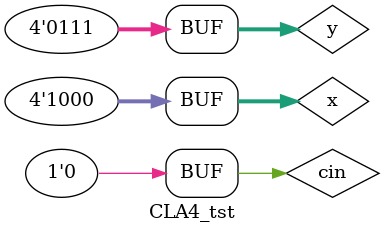
<source format=v>
`timescale 1ns / 1ps


module CLA4_tst();
    wire [3:0] f;
    wire cout;
    reg [3:0] x, y;
    reg cin = 0;
    CLA4 CLA4_inst(.f(f),.cout(cout),.x(x),.y(y),.cin(cin));
    initial begin
        begin x = 4'b1000; y = 4'b0111; end
    end
endmodule

</source>
